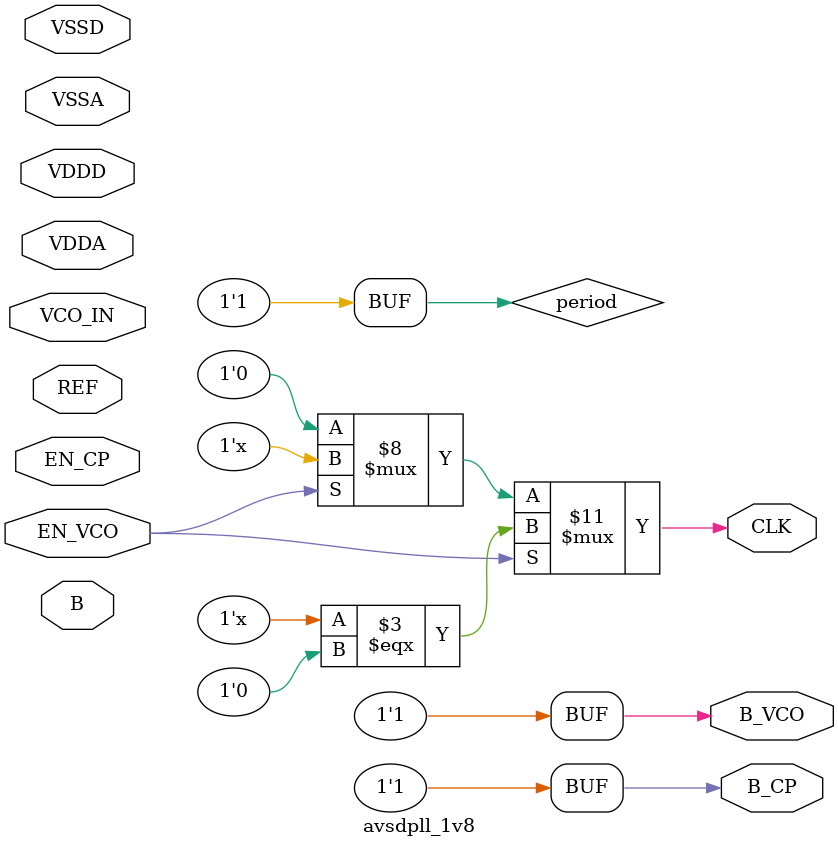
<source format=v>
module avsdpll_1v8 ( CLK, VCO_IN, VDDA, VDDD, VSSA, VSSD, B, B_CP, B_VCO, EN_CP, EN_VCO, REF );

  input VSSD;
  input EN_VCO;
  input EN_CP;
  output B_VCO;
  output B_CP;
  input VSSA;
  input VDDD;
  input VDDA;
  input VCO_IN;
  output CLK;
  input REF;
  input  [3:0] B;

  reg CLK;
  reg period, lastedge, refpd; //real
  wire VSSD, VSSA, VDDD, VDDA; //wire real
  reg B_VCO, B_CP; //reg real

  initial begin
     lastedge = 0.0;
     period = 25.0;	// 25ns period = 40MHz
     CLK <= 0;
     B_VCO <= 1.0;	// Bogus values to tell bias generator
     B_CP <= 1.0;	// that something is connected to it.
  end

  // Toggle clock at rate determined by period
  always @(CLK or EN_VCO) begin
     if (EN_VCO == 1'b1) begin
        #(period / 2.0);
        CLK <= (CLK === 1'b0);
     end else if (EN_VCO == 1'b0) begin
        CLK <= 1'b0;
     end else begin
        CLK <= 1'bx;
     end
  end
   
  // Update period on every reference rising edge
  always @(posedge REF) begin
 //    if (lastedge > 0.0) begin
//	refpd = $realtime - lastedge;
	// Adjust period towards 1/8 the reference period
     //   period = (0.99 * period) + (0.01 * (refpd / 8.0));
 //    end
     lastedge = $realtime;
  end
endmodule

</source>
